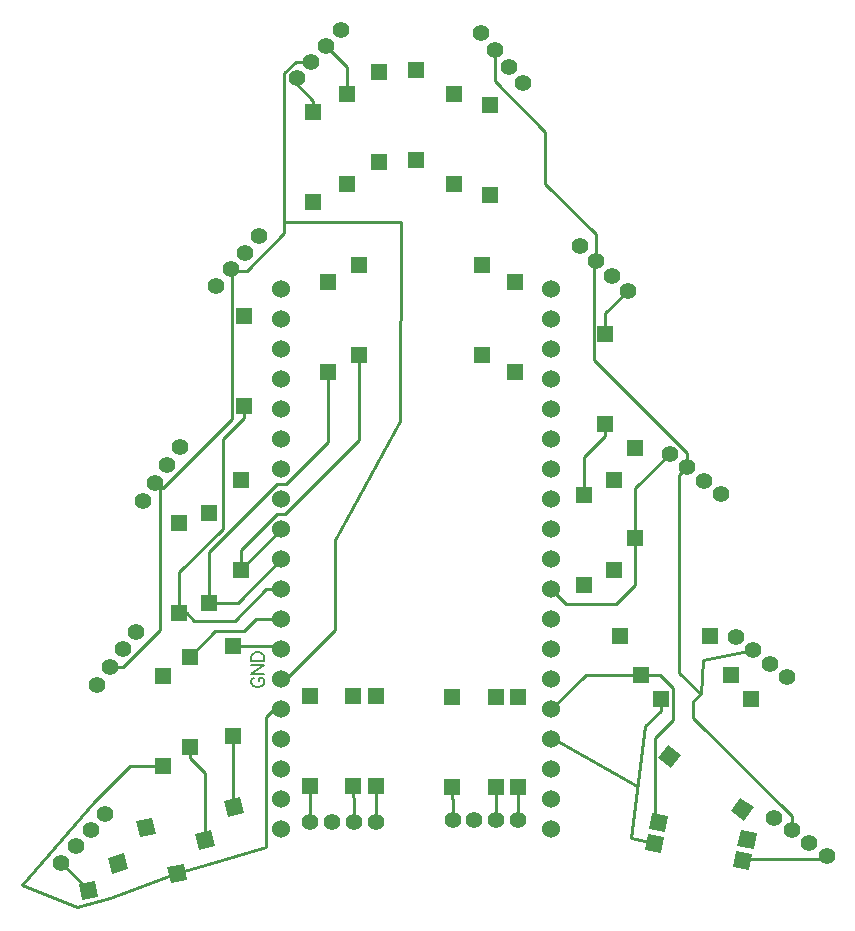
<source format=gtl>
G04 Layer: TopLayer*
G04 EasyEDA v6.4.25, 2021-11-28T16:05:41+01:00*
G04 4c1ba96cef074ee2a20bac9ac7328723,10*
G04 Gerber Generator version 0.2*
G04 Scale: 100 percent, Rotated: No, Reflected: No *
G04 Dimensions in millimeters *
G04 leading zeros omitted , absolute positions ,4 integer and 5 decimal *
%FSLAX45Y45*%
%MOMM*%

%ADD12C,0.2540*%
%ADD13C,0.2032*%
%ADD14C,1.4000*%
%ADD15R,1.3970X1.3970*%
%ADD16C,1.5240*%

%LPD*%
D13*
X2552191Y3379978D02*
G01*
X2541777Y3374644D01*
X2531363Y3364229D01*
X2526284Y3354070D01*
X2526284Y3333242D01*
X2531363Y3322828D01*
X2541777Y3312413D01*
X2552191Y3307079D01*
X2567940Y3302000D01*
X2593847Y3302000D01*
X2609341Y3307079D01*
X2619756Y3312413D01*
X2630170Y3322828D01*
X2635250Y3333242D01*
X2635250Y3354070D01*
X2630170Y3364229D01*
X2619756Y3374644D01*
X2609341Y3379978D01*
X2593847Y3379978D01*
X2593847Y3354070D02*
G01*
X2593847Y3379978D01*
X2526284Y3414268D02*
G01*
X2635250Y3414268D01*
X2526284Y3414268D02*
G01*
X2635250Y3486912D01*
X2526284Y3486912D02*
G01*
X2635250Y3486912D01*
X2526284Y3521202D02*
G01*
X2635250Y3521202D01*
X2526284Y3521202D02*
G01*
X2526284Y3557523D01*
X2531363Y3573271D01*
X2541777Y3583686D01*
X2552191Y3588765D01*
X2567940Y3594100D01*
X2593847Y3594100D01*
X2609341Y3588765D01*
X2619756Y3583686D01*
X2630170Y3573271D01*
X2635250Y3557523D01*
X2635250Y3521202D01*
D12*
X2438400Y4292600D02*
G01*
X2781300Y4635500D01*
X2781300Y4381500D02*
G01*
X2413000Y4013200D01*
X2171700Y4013200D01*
X2781300Y4127500D02*
G01*
X2654300Y4127500D01*
X2387600Y3860800D01*
X2044700Y3860800D01*
X1981200Y3924300D01*
X1917700Y3924300D01*
X2781300Y3873500D02*
G01*
X2565400Y3873500D01*
X2463800Y3771900D01*
X2222500Y3771900D01*
X2006600Y3556000D01*
X2374900Y3644900D02*
G01*
X2755900Y3644900D01*
X2781300Y3619500D01*
X2781300Y3111500D02*
G01*
X2717800Y3111500D01*
X2654300Y3048000D01*
X2654300Y1943100D01*
X2133600Y1790700D01*
X1897887Y1723644D01*
X5778500Y4559300D02*
G01*
X5778500Y4165600D01*
X5613400Y4000500D01*
X5194300Y4000500D01*
X5067300Y4127500D01*
X5067300Y3111500D02*
G01*
X5359400Y3403600D01*
X5829300Y3403600D01*
X5067300Y2857500D02*
G01*
X5092700Y2857500D01*
X5796279Y2461260D01*
X5937910Y1978660D02*
G01*
X5740400Y2019300D01*
X5861634Y2969260D01*
X5994400Y3101339D01*
X2781300Y3365500D02*
G01*
X2819400Y3365500D01*
X3238500Y3784600D01*
X3238500Y4546600D01*
X3784600Y5549900D01*
X3797300Y7239000D01*
X2805684Y7236119D01*
X2365806Y6825513D02*
G01*
X2489708Y6825513D01*
X2805684Y7141489D01*
X2805684Y8495258D01*
X2904185Y8593759D01*
X3035731Y8593759D01*
X1778000Y2628900D02*
G01*
X1498600Y2628900D01*
X1193800Y2324100D01*
X584200Y1625600D01*
X1054100Y1435100D01*
X1333500Y1511300D01*
X1897989Y1723694D01*
X7400036Y1868931D02*
G01*
X7400036Y1841500D01*
X6695186Y1841500D01*
X6685788Y1832355D01*
X6772402Y3611879D02*
G01*
X6350000Y3530600D01*
X6331458Y3241039D01*
X5994400Y3200400D02*
G01*
X5994400Y3102432D01*
X3581400Y2365832D02*
G01*
X3579495Y2363927D01*
X3579495Y2159000D01*
X3581400Y2463800D02*
G01*
X3581400Y2365832D01*
X3022600Y2365832D02*
G01*
X3024504Y2363927D01*
X3024504Y2159000D01*
X3022600Y2463800D02*
G01*
X3022600Y2365832D01*
X3390900Y2365832D02*
G01*
X3394506Y2362225D01*
X3394506Y2159000D01*
X3390900Y2463800D02*
G01*
X3390900Y2365832D01*
X4787900Y2353132D02*
G01*
X4785995Y2351227D01*
X4785995Y2171700D01*
X4787900Y2451100D02*
G01*
X4787900Y2353132D01*
X4229100Y2353132D02*
G01*
X4231004Y2351227D01*
X4231004Y2171700D01*
X4229100Y2451100D02*
G01*
X4229100Y2353132D01*
X4597400Y2353132D02*
G01*
X4601006Y2349525D01*
X4601006Y2171700D01*
X4597400Y2451100D02*
G01*
X4597400Y2353132D01*
X5778500Y4559300D02*
G01*
X5778500Y4986909D01*
X6067831Y5276240D01*
X5524500Y6286500D02*
G01*
X5524500Y6465798D01*
X5714745Y6656044D01*
X3048000Y8264067D02*
G01*
X2909544Y8402523D01*
X2909544Y8458454D01*
X3048000Y8166100D02*
G01*
X3048000Y8264067D01*
X3340100Y8318500D02*
G01*
X3340100Y8550833D01*
X3161893Y8729040D01*
X1150010Y1578305D02*
G01*
X919223Y1809092D01*
X919223Y1813079D01*
X5346700Y4927600D02*
G01*
X5346700Y5248732D01*
X5524500Y5426532D01*
X5524500Y5524500D02*
G01*
X5524500Y5426532D01*
X5976010Y2155494D02*
G01*
X5941466Y2190038D01*
X5941466Y2867660D01*
X6095923Y3022117D01*
X6095923Y3290849D01*
X5983173Y3403600D01*
X5829300Y3403600D01*
X2438400Y4292600D02*
G01*
X2438400Y4456811D01*
X2744088Y4762500D01*
X2814878Y4762500D01*
X3441700Y5389321D01*
X3441700Y6108700D01*
X2171700Y4013200D02*
G01*
X2171700Y4439869D01*
X2748330Y5016500D01*
X2816986Y5016500D01*
X3175000Y5374512D01*
X3175000Y5969000D01*
X1917700Y3924300D02*
G01*
X1917700Y4269994D01*
X2285949Y4638243D01*
X2285949Y5401081D01*
X2463800Y5578932D01*
X2463800Y5676900D02*
G01*
X2463800Y5578932D01*
X2133320Y2003602D02*
G01*
X2133320Y2569311D01*
X2006600Y2696032D01*
X2006600Y2794000D02*
G01*
X2006600Y2696032D01*
X2377846Y2282799D02*
G01*
X2374900Y2285745D01*
X2374900Y2882900D01*
X1329944Y3468471D02*
G01*
X1440637Y3468471D01*
X1754987Y3782821D01*
X1754987Y4987315D01*
X1754987Y4987315D02*
G01*
X1713585Y5028717D01*
X1754987Y4987315D02*
G01*
X1780362Y4987315D01*
X2365806Y5572760D01*
X2365806Y6825513D01*
X2365806Y6825513D02*
G01*
X2352319Y6839000D01*
X4588763Y8694140D02*
G01*
X4588763Y8429269D01*
X5016855Y8001177D01*
X5016855Y7562850D01*
X5444159Y7135545D01*
X5444159Y6908368D01*
X5444159Y6908368D02*
G01*
X5425440Y6889648D01*
X5425440Y6071412D01*
X6213627Y5283225D01*
X6213627Y5162346D01*
X7100671Y2086355D02*
G01*
X7100671Y2205989D01*
X6268720Y3037941D01*
X6268720Y3178276D01*
X6331483Y3241039D01*
X6331483Y3241039D02*
G01*
X6149670Y3422853D01*
X6149670Y5098389D01*
X6213627Y5162346D01*
D14*
G01*
X3209513Y2159000D03*
G01*
X3579489Y2159000D03*
G01*
X3024499Y2159000D03*
G01*
X3394501Y2159000D03*
G01*
X4416013Y2171700D03*
G01*
X4785989Y2171700D03*
G01*
X4230999Y2171700D03*
G01*
X4601001Y2171700D03*
G01*
X7100676Y2086361D03*
G01*
X7399992Y1868896D03*
G01*
X6950997Y2195111D03*
G01*
X7250336Y1977628D03*
G01*
X6772419Y3612939D03*
G01*
X7063963Y3385159D03*
G01*
X6626626Y3726845D03*
G01*
X6918192Y3499050D03*
G01*
X6213619Y5162339D03*
G01*
X6505166Y4934559D03*
G01*
X6067826Y5276245D03*
G01*
X6359392Y5048450D03*
G01*
X5444159Y6908375D03*
G01*
X5714743Y6656052D03*
G01*
X5308848Y7034555D03*
G01*
X5579450Y6782214D03*
G01*
X4588751Y8694148D03*
G01*
X4826566Y8410729D03*
G01*
X4469825Y8835877D03*
G01*
X4707658Y8552441D03*
G01*
X3035724Y8593759D03*
G01*
X3288047Y8864343D03*
G01*
X2909547Y8458448D03*
G01*
X3161885Y8729050D03*
G01*
X2352324Y6839000D03*
G01*
X2595049Y7118222D03*
G01*
X2230942Y6699369D03*
G01*
X2473685Y6978611D03*
G01*
X1713583Y5028725D03*
G01*
X1920471Y5335450D03*
G01*
X1610123Y4875342D03*
G01*
X1817027Y5182087D03*
G01*
X1329938Y3468479D03*
G01*
X1547403Y3767792D03*
G01*
X1221188Y3318797D03*
G01*
X1438671Y3618136D03*
G01*
X1043015Y1950570D03*
G01*
X1290576Y2225514D03*
G01*
X919215Y1813077D03*
G01*
X1166794Y2088040D03*
D15*
G01*
X4546600Y8229600D03*
G01*
X4546600Y7467600D03*
G01*
X4241800Y8318500D03*
G01*
X4241800Y7556500D03*
G01*
X3924300Y8521700D03*
G01*
X3924300Y7759700D03*
G01*
X5524500Y6286500D03*
G01*
X5524500Y5524500D03*
G01*
X4762500Y6731000D03*
G01*
X4762500Y5969000D03*
G01*
X4483100Y6870700D03*
G01*
X4483100Y6108700D03*
G01*
X5778500Y4559300D03*
G01*
X5778500Y5321300D03*
G01*
X5600700Y4292600D03*
G01*
X5600700Y5054600D03*
G01*
X5346700Y4165600D03*
G01*
X5346700Y4927600D03*
G01*
X3048000Y8166100D03*
G01*
X3048000Y7404100D03*
G01*
X3340100Y8318500D03*
G01*
X3340100Y7556500D03*
G01*
X3606800Y8509000D03*
G01*
X3606800Y7747000D03*
G01*
X6756400Y3200400D03*
G01*
X5994400Y3200400D03*
G01*
X6591300Y3403600D03*
G01*
X5829300Y3403600D03*
G01*
X6413500Y3733800D03*
G01*
X5651500Y3733800D03*
G01*
X3441700Y6870700D03*
G01*
X3441700Y6108700D03*
G01*
X3175000Y6731000D03*
G01*
X3175000Y5969000D03*
G01*
X2463800Y6438900D03*
G01*
X2463800Y5676900D03*
G01*
X1917700Y4686300D03*
G01*
X1917700Y3924300D03*
G01*
X2171700Y4775200D03*
G01*
X2171700Y4013200D03*
G01*
X2438400Y5054600D03*
G01*
X2438400Y4292600D03*
G36*
X6699089Y2167686D02*
G01*
X6586067Y2249799D01*
X6668183Y2362819D01*
X6781200Y2280706D01*
G37*
G36*
X6082616Y2615580D02*
G01*
X5969599Y2697693D01*
X6051710Y2810713D01*
X6164732Y2728600D01*
G37*
G36*
X6779239Y1928207D02*
G01*
X6642105Y1954862D01*
X6668762Y2091997D01*
X6805894Y2065340D01*
G37*
G36*
X6031237Y2073602D02*
G01*
X5894105Y2100259D01*
X5920760Y2237392D01*
X6057894Y2210737D01*
G37*
G36*
X6741139Y1750407D02*
G01*
X6604005Y1777062D01*
X6630662Y1914197D01*
X6767794Y1887540D01*
G37*
G36*
X5993137Y1895802D02*
G01*
X5856005Y1922459D01*
X5882660Y2059592D01*
X6019794Y2032937D01*
G37*
G01*
X1778000Y3390900D03*
G01*
X1778000Y2628900D03*
G01*
X2006600Y3556000D03*
G01*
X2006600Y2794000D03*
G01*
X2374900Y3644900D03*
G01*
X2374900Y2882900D03*
G36*
X1068105Y1633542D02*
G01*
X1205240Y1660194D01*
X1231894Y1523062D01*
X1094760Y1496405D01*
G37*
G36*
X1816105Y1778937D02*
G01*
X1953239Y1805594D01*
X1979894Y1668457D01*
X1842759Y1641805D01*
G37*
G36*
X1311734Y1855782D02*
G01*
X1446674Y1891939D01*
X1482831Y1756999D01*
X1347891Y1720842D01*
G37*
G36*
X2047768Y2053000D02*
G01*
X2182708Y2089157D01*
X2218865Y1954217D01*
X2083925Y1918060D01*
G37*
G36*
X1551592Y2163739D02*
G01*
X1687713Y2195167D01*
X1719138Y2059045D01*
X1583016Y2027621D01*
G37*
G36*
X2294061Y2335154D02*
G01*
X2430183Y2366578D01*
X2461607Y2230460D01*
X2325486Y2199032D01*
G37*
G01*
X3581400Y3225800D03*
G01*
X3581400Y2463800D03*
G01*
X3390900Y3225800D03*
G01*
X3390900Y2463800D03*
G01*
X3022600Y3225800D03*
G01*
X3022600Y2463800D03*
G01*
X4787900Y3213100D03*
G01*
X4787900Y2451100D03*
G01*
X4597400Y3213100D03*
G01*
X4597400Y2451100D03*
G01*
X4229100Y3213100D03*
G01*
X4229100Y2451100D03*
D16*
G01*
X2781300Y6667500D03*
G01*
X2781300Y6413500D03*
G01*
X2781300Y6159500D03*
G01*
X2781300Y5905500D03*
G01*
X2781300Y5651500D03*
G01*
X2781300Y5397500D03*
G01*
X2781300Y5143500D03*
G01*
X2781300Y4889500D03*
G01*
X2781300Y4635500D03*
G01*
X2781300Y4381500D03*
G01*
X2781300Y4127500D03*
G01*
X2781300Y3873500D03*
G01*
X2781300Y3619500D03*
G01*
X2781300Y3365500D03*
G01*
X2781300Y3111500D03*
G01*
X2781300Y2857500D03*
G01*
X2781300Y2603500D03*
G01*
X2781300Y2349500D03*
G01*
X2781300Y2095500D03*
G01*
X5067300Y2095500D03*
G01*
X5067300Y2349500D03*
G01*
X5067300Y2603500D03*
G01*
X5067300Y2857500D03*
G01*
X5067300Y3111500D03*
G01*
X5067300Y3365500D03*
G01*
X5067300Y3619500D03*
G01*
X5067300Y3873500D03*
G01*
X5067300Y4127500D03*
G01*
X5067300Y4381500D03*
G01*
X5067300Y4635500D03*
G01*
X5067300Y4889500D03*
G01*
X5067300Y5143500D03*
G01*
X5067300Y5397500D03*
G01*
X5067300Y5651500D03*
G01*
X5067300Y5905500D03*
G01*
X5067300Y6159500D03*
G01*
X5067300Y6413500D03*
G01*
X5067300Y6667500D03*
M02*

</source>
